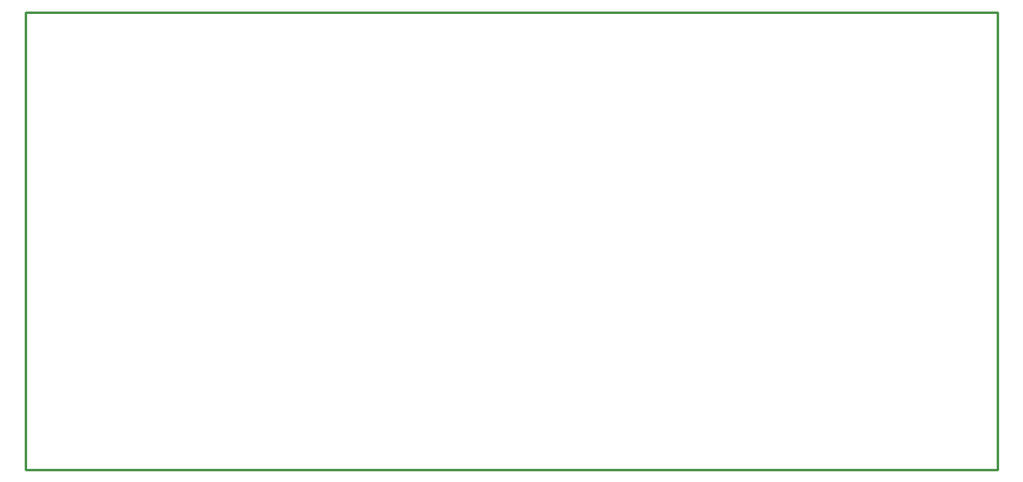
<source format=gbr>
G04 EAGLE Gerber RS-274X export*
G75*
%MOMM*%
%FSLAX34Y34*%
%LPD*%
%IN*%
%IPPOS*%
%AMOC8*
5,1,8,0,0,1.08239X$1,22.5*%
G01*
%ADD10C,0.254000*%


D10*
X0Y0D02*
X1000000Y0D01*
X1000000Y-470000D01*
X0Y-470000D01*
X0Y0D01*
M02*

</source>
